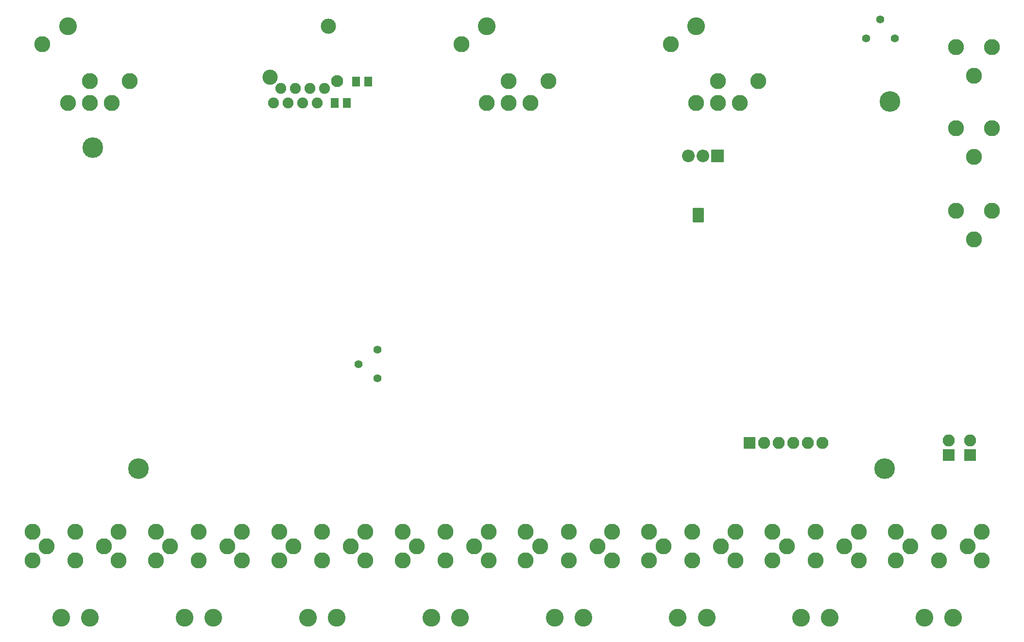
<source format=gbr>
G04 #@! TF.GenerationSoftware,KiCad,Pcbnew,5.1.4+dfsg1-1*
G04 #@! TF.CreationDate,2020-06-06T10:49:10+02:00*
G04 #@! TF.ProjectId,Midi_Merger,4d696469-5f4d-4657-9267-65722e6b6963,rev?*
G04 #@! TF.SameCoordinates,Original*
G04 #@! TF.FileFunction,Soldermask,Bot*
G04 #@! TF.FilePolarity,Negative*
%FSLAX46Y46*%
G04 Gerber Fmt 4.6, Leading zero omitted, Abs format (unit mm)*
G04 Created by KiCad (PCBNEW 5.1.4+dfsg1-1) date 2020-06-06 10:49:10*
%MOMM*%
%LPD*%
G04 APERTURE LIST*
%ADD10C,3.100000*%
%ADD11C,2.800000*%
%ADD12O,2.100000X2.100000*%
%ADD13R,2.100000X2.100000*%
%ADD14C,1.400000*%
%ADD15O,2.200000X2.200000*%
%ADD16R,2.200000X2.200000*%
%ADD17C,3.600000*%
%ADD18R,1.400000X1.700000*%
%ADD19C,1.900000*%
%ADD20C,2.650000*%
%ADD21C,2.100000*%
%ADD22C,0.254000*%
G04 APERTURE END LIST*
D10*
X182000000Y-166000000D03*
X177000000Y-166000000D03*
D11*
X187000000Y-151000000D03*
X187000000Y-156000000D03*
X179500000Y-151000000D03*
X172000000Y-151000000D03*
X179500000Y-156000000D03*
X172000000Y-156000000D03*
X184500000Y-153500000D03*
X174500000Y-153500000D03*
D10*
X139000000Y-166000000D03*
X134000000Y-166000000D03*
D11*
X144000000Y-151000000D03*
X144000000Y-156000000D03*
X136500000Y-151000000D03*
X129000000Y-151000000D03*
X136500000Y-156000000D03*
X129000000Y-156000000D03*
X141500000Y-153500000D03*
X131500000Y-153500000D03*
D10*
X160500000Y-166000000D03*
X155500000Y-166000000D03*
D11*
X165500000Y-151000000D03*
X165500000Y-156000000D03*
X158000000Y-151000000D03*
X150500000Y-151000000D03*
X158000000Y-156000000D03*
X150500000Y-156000000D03*
X163000000Y-153500000D03*
X153000000Y-153500000D03*
D10*
X96000000Y-166000000D03*
X91000000Y-166000000D03*
D11*
X101000000Y-151000000D03*
X101000000Y-156000000D03*
X93500000Y-151000000D03*
X86000000Y-151000000D03*
X93500000Y-156000000D03*
X86000000Y-156000000D03*
X98500000Y-153500000D03*
X88500000Y-153500000D03*
D10*
X117500000Y-166000000D03*
X112500000Y-166000000D03*
D11*
X122500000Y-151000000D03*
X122500000Y-156000000D03*
X115000000Y-151000000D03*
X107500000Y-151000000D03*
X115000000Y-156000000D03*
X107500000Y-156000000D03*
X120000000Y-153500000D03*
X110000000Y-153500000D03*
D10*
X53000000Y-166000000D03*
X48000000Y-166000000D03*
D11*
X58000000Y-151000000D03*
X58000000Y-156000000D03*
X50500000Y-151000000D03*
X43000000Y-151000000D03*
X50500000Y-156000000D03*
X43000000Y-156000000D03*
X55500000Y-153500000D03*
X45500000Y-153500000D03*
D10*
X74500000Y-166000000D03*
X69500000Y-166000000D03*
D11*
X79500000Y-151000000D03*
X79500000Y-156000000D03*
X72000000Y-151000000D03*
X64500000Y-151000000D03*
X72000000Y-156000000D03*
X64500000Y-156000000D03*
X77000000Y-153500000D03*
X67000000Y-153500000D03*
D10*
X31500000Y-166000000D03*
X26500000Y-166000000D03*
D11*
X36500000Y-151000000D03*
X36500000Y-156000000D03*
X29000000Y-151000000D03*
X21500000Y-151000000D03*
X29000000Y-156000000D03*
X21500000Y-156000000D03*
X34000000Y-153500000D03*
X24000000Y-153500000D03*
D10*
X137190000Y-62860000D03*
D11*
X141000000Y-76200000D03*
X132750000Y-66030000D03*
X141000000Y-72385000D03*
X137190000Y-76200000D03*
X144810000Y-76200000D03*
X147980000Y-72385000D03*
D10*
X100690000Y-62860000D03*
D11*
X104500000Y-76200000D03*
X96250000Y-66030000D03*
X104500000Y-72385000D03*
X100690000Y-76200000D03*
X108310000Y-76200000D03*
X111480000Y-72385000D03*
D10*
X27690000Y-62860000D03*
D11*
X31500000Y-76200000D03*
X23250000Y-66030000D03*
X31500000Y-72385000D03*
X27690000Y-76200000D03*
X35310000Y-76200000D03*
X38480000Y-72385000D03*
D12*
X184900000Y-135060000D03*
D13*
X184900000Y-137600000D03*
D11*
X188700000Y-66500000D03*
X185600000Y-71500000D03*
X182500000Y-66500000D03*
X182500000Y-80600000D03*
X185600000Y-85600000D03*
X188700000Y-80600000D03*
X188700000Y-95000000D03*
X185600000Y-100000000D03*
X182500000Y-95000000D03*
D12*
X181200000Y-135060000D03*
D13*
X181200000Y-137600000D03*
D12*
X159200000Y-135500000D03*
X156660000Y-135500000D03*
X154120000Y-135500000D03*
X151580000Y-135500000D03*
X149040000Y-135500000D03*
D13*
X146500000Y-135500000D03*
D14*
X81650000Y-124250000D03*
X78350000Y-121750000D03*
X81650000Y-119250000D03*
D15*
X135820000Y-85500000D03*
X138360000Y-85500000D03*
D16*
X140900000Y-85500000D03*
D14*
X166800000Y-64950000D03*
X169300000Y-61650000D03*
X171800000Y-64950000D03*
D17*
X171000000Y-76000000D03*
X170000000Y-140000000D03*
X32000000Y-84000000D03*
X40000000Y-140000000D03*
D18*
X80050000Y-72500000D03*
X77950000Y-72500000D03*
X74200000Y-76250000D03*
X76300000Y-76250000D03*
D19*
X72440000Y-73700000D03*
X71170000Y-76240000D03*
X69900000Y-73700000D03*
X68630000Y-76240000D03*
X67360000Y-73700000D03*
X66090000Y-76240000D03*
X64820000Y-73700000D03*
X63550000Y-76240000D03*
D20*
X73080000Y-62900000D03*
X62920000Y-71790000D03*
D21*
X74595000Y-72430400D03*
D22*
G36*
X138373000Y-96873000D02*
G01*
X136627000Y-96873000D01*
X136627000Y-94627000D01*
X138373000Y-94627000D01*
X138373000Y-96873000D01*
X138373000Y-96873000D01*
G37*
X138373000Y-96873000D02*
X136627000Y-96873000D01*
X136627000Y-94627000D01*
X138373000Y-94627000D01*
X138373000Y-96873000D01*
M02*

</source>
